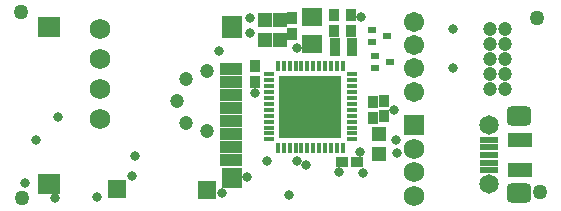
<source format=gts>
%FSLAX25Y25*%
%MOIN*%
G70*
G01*
G75*
G04 Layer_Color=8388736*
%ADD10R,0.02756X0.03543*%
%ADD11C,0.04000*%
%ADD12R,0.20276X0.20276*%
%ADD13O,0.02756X0.00787*%
%ADD14O,0.00787X0.02756*%
%ADD15R,0.02953X0.05512*%
%ADD16R,0.02008X0.01575*%
%ADD17R,0.05906X0.05118*%
%ADD18R,0.03543X0.02756*%
%ADD19R,0.03937X0.04331*%
%ADD20R,0.05118X0.05079*%
%ADD21R,0.05512X0.05079*%
%ADD22R,0.06614X0.03150*%
%ADD23R,0.05906X0.06693*%
%ADD24R,0.06693X0.05906*%
%ADD25R,0.05709X0.06299*%
%ADD26R,0.07480X0.03937*%
%ADD27R,0.05315X0.01575*%
%ADD28C,0.00800*%
%ADD29C,0.05906*%
%ADD30C,0.03937*%
%ADD31C,0.06000*%
%ADD32C,0.05709*%
G04:AMPARAMS|DCode=33|XSize=59.06mil|YSize=74.8mil|CornerRadius=14.76mil|HoleSize=0mil|Usage=FLASHONLY|Rotation=90.000|XOffset=0mil|YOffset=0mil|HoleType=Round|Shape=RoundedRectangle|*
%AMROUNDEDRECTD33*
21,1,0.05906,0.04528,0,0,90.0*
21,1,0.02953,0.07480,0,0,90.0*
1,1,0.02953,0.02264,0.01476*
1,1,0.02953,0.02264,-0.01476*
1,1,0.02953,-0.02264,-0.01476*
1,1,0.02953,-0.02264,0.01476*
%
%ADD33ROUNDEDRECTD33*%
%ADD34R,0.06000X0.06000*%
%ADD35C,0.02400*%
%ADD36C,0.04000*%
%ADD37C,0.07543*%
G04:AMPARAMS|DCode=38|XSize=79.685mil|YSize=79.685mil|CornerRadius=0mil|HoleSize=0mil|Usage=FLASHONLY|Rotation=0.000|XOffset=0mil|YOffset=0mil|HoleType=Round|Shape=Relief|Width=10mil|Gap=10mil|Entries=4|*
%AMTHD38*
7,0,0,0.07969,0.05969,0.01000,45*
%
%ADD38THD38*%
%ADD39C,0.05969*%
G04:AMPARAMS|DCode=40|XSize=90mil|YSize=90mil|CornerRadius=0mil|HoleSize=0mil|Usage=FLASHONLY|Rotation=0.000|XOffset=0mil|YOffset=0mil|HoleType=Round|Shape=Relief|Width=10mil|Gap=10mil|Entries=4|*
%AMTHD40*
7,0,0,0.09000,0.07000,0.01000,45*
%
%ADD40THD40*%
%ADD41C,0.07000*%
%ADD42C,0.06559*%
G04:AMPARAMS|DCode=43|XSize=95.433mil|YSize=95.433mil|CornerRadius=0mil|HoleSize=0mil|Usage=FLASHONLY|Rotation=0.000|XOffset=0mil|YOffset=0mil|HoleType=Round|Shape=Relief|Width=10mil|Gap=10mil|Entries=4|*
%AMTHD43*
7,0,0,0.09543,0.07543,0.01000,45*
%
%ADD43THD43*%
%ADD44C,0.07347*%
%ADD45O,0.09118X0.05969*%
%ADD46C,0.05200*%
G04:AMPARAMS|DCode=47|XSize=72mil|YSize=72mil|CornerRadius=0mil|HoleSize=0mil|Usage=FLASHONLY|Rotation=0.000|XOffset=0mil|YOffset=0mil|HoleType=Round|Shape=Relief|Width=10mil|Gap=10mil|Entries=4|*
%AMTHD47*
7,0,0,0.07200,0.05200,0.01000,45*
%
%ADD47THD47*%
%ADD48R,0.05000X0.04000*%
%ADD49R,0.04331X0.02559*%
%ADD50R,0.05906X0.05512*%
%ADD51R,0.04000X0.05000*%
%ADD52R,0.05512X0.03543*%
%ADD53R,0.05512X0.08661*%
%ADD54R,0.02559X0.04331*%
%ADD55R,0.04331X0.03937*%
G04:AMPARAMS|DCode=56|XSize=9.84mil|YSize=23.62mil|CornerRadius=2.46mil|HoleSize=0mil|Usage=FLASHONLY|Rotation=90.000|XOffset=0mil|YOffset=0mil|HoleType=Round|Shape=RoundedRectangle|*
%AMROUNDEDRECTD56*
21,1,0.00984,0.01870,0,0,90.0*
21,1,0.00492,0.02362,0,0,90.0*
1,1,0.00492,0.00935,0.00246*
1,1,0.00492,0.00935,-0.00246*
1,1,0.00492,-0.00935,-0.00246*
1,1,0.00492,-0.00935,0.00246*
%
%ADD56ROUNDEDRECTD56*%
G04:AMPARAMS|DCode=57|XSize=9.84mil|YSize=29.53mil|CornerRadius=2.46mil|HoleSize=0mil|Usage=FLASHONLY|Rotation=90.000|XOffset=0mil|YOffset=0mil|HoleType=Round|Shape=RoundedRectangle|*
%AMROUNDEDRECTD57*
21,1,0.00984,0.02461,0,0,90.0*
21,1,0.00492,0.02953,0,0,90.0*
1,1,0.00492,0.01230,0.00246*
1,1,0.00492,0.01230,-0.00246*
1,1,0.00492,-0.01230,-0.00246*
1,1,0.00492,-0.01230,0.00246*
%
%ADD57ROUNDEDRECTD57*%
%ADD58R,0.00787X0.02559*%
%ADD59R,0.02559X0.00787*%
%ADD60R,0.03150X0.03150*%
%ADD61R,0.03543X0.08858*%
%ADD62R,0.03543X0.11024*%
%ADD63C,0.01000*%
%ADD64C,0.02000*%
%ADD65C,0.01500*%
%ADD66C,0.00984*%
%ADD67C,0.00787*%
%ADD68C,0.00394*%
%ADD69R,0.03556X0.04343*%
%ADD70C,0.05000*%
%ADD71R,0.21076X0.21076*%
%ADD72O,0.03556X0.01587*%
%ADD73O,0.01587X0.03556*%
%ADD74R,0.03753X0.06312*%
%ADD75R,0.02808X0.02375*%
%ADD76R,0.06706X0.05918*%
%ADD77R,0.04343X0.03556*%
%ADD78R,0.04737X0.05131*%
%ADD79R,0.05918X0.05879*%
%ADD80R,0.06312X0.05879*%
%ADD81R,0.07414X0.03950*%
%ADD82R,0.06706X0.07493*%
%ADD83R,0.07493X0.06706*%
%ADD84R,0.06509X0.07099*%
%ADD85R,0.08280X0.04737*%
%ADD86R,0.06115X0.02375*%
%ADD87C,0.06706*%
%ADD88C,0.04737*%
%ADD89C,0.06800*%
%ADD90C,0.06509*%
G04:AMPARAMS|DCode=91|XSize=67.06mil|YSize=82.8mil|CornerRadius=18.76mil|HoleSize=0mil|Usage=FLASHONLY|Rotation=90.000|XOffset=0mil|YOffset=0mil|HoleType=Round|Shape=RoundedRectangle|*
%AMROUNDEDRECTD91*
21,1,0.06706,0.04528,0,0,90.0*
21,1,0.02953,0.08280,0,0,90.0*
1,1,0.03753,0.02264,0.01476*
1,1,0.03753,0.02264,-0.01476*
1,1,0.03753,-0.02264,-0.01476*
1,1,0.03753,-0.02264,0.01476*
%
%ADD91ROUNDEDRECTD91*%
%ADD92R,0.06800X0.06800*%
%ADD93C,0.03200*%
D69*
X107500Y66059D02*
D03*
Y60941D02*
D03*
X113000Y66059D02*
D03*
Y60941D02*
D03*
X93500Y65059D02*
D03*
Y59941D02*
D03*
X120500Y37059D02*
D03*
Y31941D02*
D03*
X124000Y37559D02*
D03*
Y32441D02*
D03*
X81000Y43941D02*
D03*
Y49059D02*
D03*
D70*
X176000Y7000D02*
D03*
X175000Y65000D02*
D03*
X3500Y5000D02*
D03*
X3000Y67000D02*
D03*
D71*
X99500Y35500D02*
D03*
D72*
X113279Y46327D02*
D03*
Y44358D02*
D03*
Y42390D02*
D03*
Y40421D02*
D03*
Y38453D02*
D03*
Y36484D02*
D03*
Y34516D02*
D03*
Y32547D02*
D03*
Y30579D02*
D03*
Y28610D02*
D03*
Y26642D02*
D03*
Y24673D02*
D03*
X85720D02*
D03*
Y26642D02*
D03*
Y28610D02*
D03*
Y30579D02*
D03*
Y32547D02*
D03*
Y34516D02*
D03*
Y36484D02*
D03*
Y38453D02*
D03*
Y40421D02*
D03*
Y42390D02*
D03*
Y44358D02*
D03*
Y46327D02*
D03*
D73*
X110327Y21721D02*
D03*
X108358D02*
D03*
X106390D02*
D03*
X104421D02*
D03*
X102453D02*
D03*
X100484D02*
D03*
X98516D02*
D03*
X96547D02*
D03*
X94579D02*
D03*
X92610D02*
D03*
X90642D02*
D03*
X88673D02*
D03*
Y49280D02*
D03*
X90642D02*
D03*
X92610D02*
D03*
X94579D02*
D03*
X96547D02*
D03*
X98516D02*
D03*
X100484D02*
D03*
X102453D02*
D03*
X104421D02*
D03*
X106390D02*
D03*
X108358D02*
D03*
X110327D02*
D03*
D74*
X113354Y55500D02*
D03*
X107646D02*
D03*
D75*
X126059Y50500D02*
D03*
X120941Y48531D02*
D03*
Y52469D02*
D03*
X119941Y60969D02*
D03*
Y57032D02*
D03*
X125059Y59000D02*
D03*
D76*
X100000Y56472D02*
D03*
Y65528D02*
D03*
D77*
X115059Y17000D02*
D03*
X109941D02*
D03*
D78*
X122500Y19654D02*
D03*
Y26346D02*
D03*
X84500Y64346D02*
D03*
Y57654D02*
D03*
X89500Y57654D02*
D03*
Y64346D02*
D03*
D79*
X65126Y7843D02*
D03*
D80*
X35205Y8236D02*
D03*
D81*
X73000Y22016D02*
D03*
Y17685D02*
D03*
Y30677D02*
D03*
Y26346D02*
D03*
Y39339D02*
D03*
Y35008D02*
D03*
Y43669D02*
D03*
Y48000D02*
D03*
D82*
X73394Y62173D02*
D03*
D83*
X12370D02*
D03*
Y9811D02*
D03*
D84*
X73394Y11780D02*
D03*
D85*
X169512Y24421D02*
D03*
Y14579D02*
D03*
D86*
X158882Y24618D02*
D03*
Y22059D02*
D03*
Y19500D02*
D03*
Y16941D02*
D03*
Y14382D02*
D03*
D87*
X134000Y40563D02*
D03*
Y48374D02*
D03*
Y63937D02*
D03*
Y56126D02*
D03*
D88*
X65000Y27500D02*
D03*
X55000Y37500D02*
D03*
X65000Y47500D02*
D03*
X57913Y30256D02*
D03*
Y44823D02*
D03*
X164500Y41500D02*
D03*
Y46500D02*
D03*
Y51500D02*
D03*
Y56500D02*
D03*
Y61500D02*
D03*
X159500D02*
D03*
Y56500D02*
D03*
Y51500D02*
D03*
Y46500D02*
D03*
Y41500D02*
D03*
D89*
X29500Y31500D02*
D03*
Y41500D02*
D03*
Y51500D02*
D03*
Y61500D02*
D03*
X134000Y21626D02*
D03*
Y13752D02*
D03*
Y5878D02*
D03*
D90*
X158882Y9657D02*
D03*
X158882Y29343D02*
D03*
D91*
X169118Y32492D02*
D03*
Y6902D02*
D03*
D92*
X134000Y29500D02*
D03*
D93*
X70000Y6800D02*
D03*
X95000Y55000D02*
D03*
X85000Y17500D02*
D03*
X147000Y48500D02*
D03*
Y61500D02*
D03*
X128500Y20200D02*
D03*
X127300Y34500D02*
D03*
X128000Y24500D02*
D03*
X116000Y20500D02*
D03*
X78500Y12000D02*
D03*
X95000Y17500D02*
D03*
X98000Y16000D02*
D03*
X79500Y60000D02*
D03*
Y65000D02*
D03*
X109200Y13713D02*
D03*
X116500Y65500D02*
D03*
X15500Y32000D02*
D03*
X14500Y5000D02*
D03*
X28500Y5500D02*
D03*
X40000Y12500D02*
D03*
X4500Y10000D02*
D03*
X8000Y24500D02*
D03*
X41000Y19000D02*
D03*
X92500Y6000D02*
D03*
X117000Y13500D02*
D03*
X69000Y54000D02*
D03*
X81000Y40000D02*
D03*
M02*

</source>
